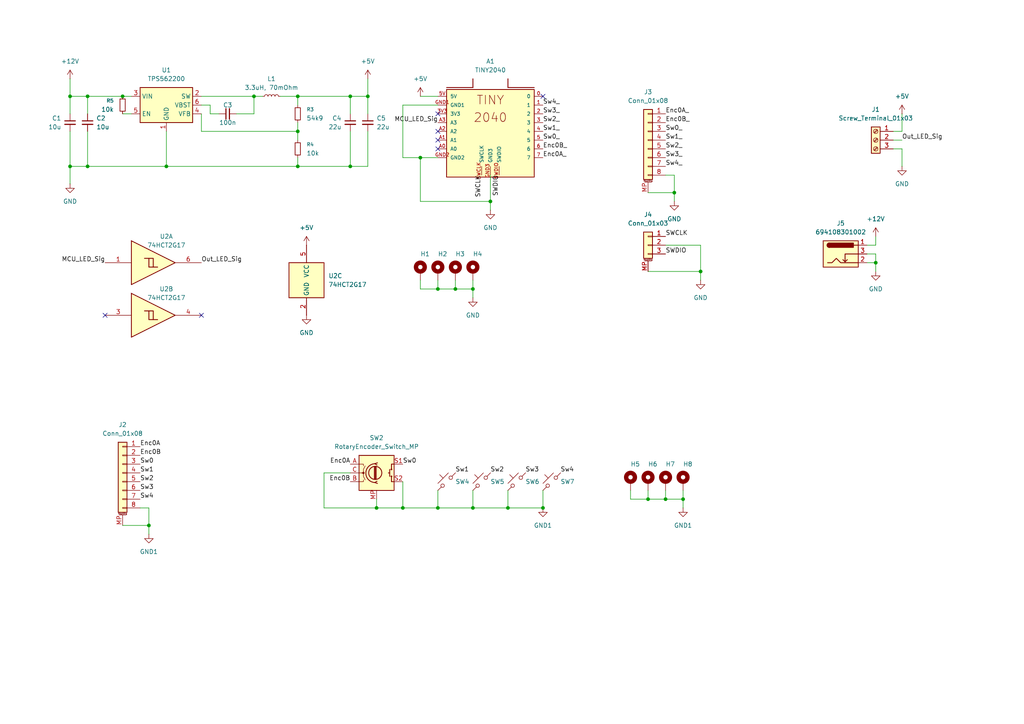
<source format=kicad_sch>
(kicad_sch (version 20250114) (generator "eeschema") (generator_version "9.0")
  (paper "A4")
  (lib_symbols
    (symbol "74xGxx:74LVC2G17"
      (property "Reference" "U" (at -1.27 7.62 0))
      (property "Value" "74LVC2G17" (at 2.54 -7.62 0))
      (symbol "74LVC2G17_1_1"
        (polyline (pts (xy -7.62 6.35) (xy -7.62 -6.35) (xy 5.08 0) (xy -7.62 6.35)) (stroke (width 0.254)) (fill (type background)))
        (polyline (pts (xy -3.81 1.27) (xy -2.54 1.27) (xy -2.54 -1.27) (xy 0 -1.27)) (stroke (width 0.254)) (fill (type background)))
        (polyline (pts (xy -2.54 1.27) (xy -1.27 1.27) (xy -1.27 -1.27)) (stroke (width 0.254)) (fill (type background)))
        (pin input line (at -15.24 0 0) (length 7.62) (name "~") (number "1"))
        (pin output line (at 12.7 0 180) (length 7.62) (name "~") (number "6"))
      )
      (symbol "74LVC2G17_2_1"
        (polyline (pts (xy -7.62 6.35) (xy -7.62 -6.35) (xy 5.08 0) (xy -7.62 6.35)) (stroke (width 0.254)) (fill (type background)))
        (polyline (pts (xy -3.81 1.27) (xy -2.54 1.27) (xy -2.54 -1.27) (xy 0 -1.27)) (stroke (width 0.254)) (fill (type background)))
        (polyline (pts (xy -2.54 1.27) (xy -1.27 1.27) (xy -1.27 -1.27)) (stroke (width 0.254)) (fill (type background)))
        (pin input line (at -15.24 0 0) (length 7.62) (name "~") (number "3"))
        (pin output line (at 12.7 0 180) (length 7.62) (name "~") (number "4"))
      )
      (symbol "74LVC2G17_3_0"
        (rectangle (start -5.08 -5.08) (end 5.08 5.08) (stroke (width 0.254)) (fill (type background)))
      )
      (symbol "74LVC2G17_3_1"
        (pin power_in line (at 0 10.16 270) (length 5.08) (name "VCC") (number "5"))
        (pin power_in line (at 0 -10.16 90) (length 5.08) (name "GND") (number "2"))
      )
    )
    (symbol "Connector:Barrel_Jack_Switch" (pin_names (hide yes))
      (property "Reference" "J" (at 0 5.334 0))
      (property "Value" "Barrel_Jack_Switch" (at 0 -5.08 0))
      (symbol "Barrel_Jack_Switch_0_1"
        (rectangle (start -5.08 3.81) (end 5.08 -3.81) (stroke (width 0.254)) (fill (type background)))
        (polyline (pts (xy -3.81 -2.54) (xy -2.54 -2.54) (xy -1.27 -1.27) (xy 0 -2.54) (xy 2.54 -2.54) (xy 5.08 -2.54)) (stroke (width 0.254)))
        (arc (start -3.302 1.905) (mid -3.9343 2.54) (end -3.302 3.175) (stroke (width 0.254)))
        (arc (start -3.302 1.905) (mid -3.9343 2.54) (end -3.302 3.175) (stroke (width 0.254)) (fill (type outline)))
        (polyline (pts (xy 1.27 -2.286) (xy 1.905 -1.651)) (stroke (width 0.254)))
        (rectangle (start 3.683 3.175) (end -3.302 1.905) (stroke (width 0.254)) (fill (type outline)))
        (polyline (pts (xy 5.08 2.54) (xy 3.81 2.54)) (stroke (width 0.254)))
        (polyline (pts (xy 5.08 0) (xy 1.27 0) (xy 1.27 -2.286) (xy 0.635 -1.651)) (stroke (width 0.254)))
      )
      (symbol "Barrel_Jack_Switch_1_1"
        (pin passive line (at 7.62 2.54 180) (length 2.54) (name "~") (number "1"))
        (pin passive line (at 7.62 0 180) (length 2.54) (name "~") (number "3"))
        (pin passive line (at 7.62 -2.54 180) (length 2.54) (name "~") (number "2"))
      )
    )
    (symbol "Connector:Screw_Terminal_01x03" (pin_names (offset 1.016) (hide yes))
      (property "Reference" "J" (at 0 5.08 0))
      (property "Value" "Screw_Terminal_01x03" (at 0 -5.08 0))
      (symbol "Screw_Terminal_01x03_1_1"
        (rectangle (start -1.27 3.81) (end 1.27 -3.81) (stroke (width 0.254)) (fill (type background)))
        (polyline (pts (xy -0.5334 2.8702) (xy 0.3302 2.032)) (stroke (width 0.1524)))
        (polyline (pts (xy -0.5334 0.3302) (xy 0.3302 -0.508)) (stroke (width 0.1524)))
        (polyline (pts (xy -0.5334 -2.2098) (xy 0.3302 -3.048)) (stroke (width 0.1524)))
        (polyline (pts (xy -0.3556 3.048) (xy 0.508 2.2098)) (stroke (width 0.1524)))
        (polyline (pts (xy -0.3556 0.508) (xy 0.508 -0.3302)) (stroke (width 0.1524)))
        (polyline (pts (xy -0.3556 -2.032) (xy 0.508 -2.8702)) (stroke (width 0.1524)))
        (circle (center 0 2.54) (radius 0.635) (stroke (width 0.1524)))
        (circle (center 0 0) (radius 0.635) (stroke (width 0.1524)))
        (circle (center 0 -2.54) (radius 0.635) (stroke (width 0.1524)))
        (pin passive line (at -5.08 2.54 0) (length 3.81) (name "Pin_1") (number "1"))
        (pin passive line (at -5.08 0 0) (length 3.81) (name "Pin_2") (number "2"))
        (pin passive line (at -5.08 -2.54 0) (length 3.81) (name "Pin_3") (number "3"))
      )
    )
    (symbol "Connector_Generic_MountingPin:Conn_01x03_MountingPin" (pin_names (offset 1.016) (hide yes))
      (property "Reference" "J" (at 0 5.08 0))
      (property "Value" "Conn_01x03_MountingPin" (at 1.27 -5.08 0))
      (symbol "Conn_01x03_MountingPin_1_1"
        (rectangle (start -1.27 3.81) (end 1.27 -3.81) (stroke (width 0.254)) (fill (type background)))
        (rectangle (start -1.27 2.667) (end 0 2.413) (stroke (width 0.1524)))
        (rectangle (start -1.27 0.127) (end 0 -0.127) (stroke (width 0.1524)))
        (rectangle (start -1.27 -2.413) (end 0 -2.667) (stroke (width 0.1524)))
        (polyline (pts (xy -1.016 -4.572) (xy 1.016 -4.572)) (stroke (width 0.1524)))
        (text "Mounting" (at 0 -4.191 0) (effects (font (size 0.381 0.381))))
        (pin passive line (at -5.08 2.54 0) (length 3.81) (name "Pin_1") (number "1"))
        (pin passive line (at -5.08 0 0) (length 3.81) (name "Pin_2") (number "2"))
        (pin passive line (at -5.08 -2.54 0) (length 3.81) (name "Pin_3") (number "3"))
        (pin passive line (at 0 -7.62 90) (length 3.048) (name "MountPin") (number "MP"))
      )
    )
    (symbol "Connector_Generic_MountingPin:Conn_01x08_MountingPin" (pin_names (offset 1.016) (hide yes))
      (property "Reference" "J" (at 0 10.16 0))
      (property "Value" "Conn_01x08_MountingPin" (at 1.27 -12.7 0))
      (symbol "Conn_01x08_MountingPin_1_1"
        (rectangle (start -1.27 8.89) (end 1.27 -11.43) (stroke (width 0.254)) (fill (type background)))
        (rectangle (start -1.27 7.747) (end 0 7.493) (stroke (width 0.1524)))
        (rectangle (start -1.27 5.207) (end 0 4.953) (stroke (width 0.1524)))
        (rectangle (start -1.27 2.667) (end 0 2.413) (stroke (width 0.1524)))
        (rectangle (start -1.27 0.127) (end 0 -0.127) (stroke (width 0.1524)))
        (rectangle (start -1.27 -2.413) (end 0 -2.667) (stroke (width 0.1524)))
        (rectangle (start -1.27 -4.953) (end 0 -5.207) (stroke (width 0.1524)))
        (rectangle (start -1.27 -7.493) (end 0 -7.747) (stroke (width 0.1524)))
        (rectangle (start -1.27 -10.033) (end 0 -10.287) (stroke (width 0.1524)))
        (polyline (pts (xy -1.016 -12.192) (xy 1.016 -12.192)) (stroke (width 0.1524)))
        (text "Mounting" (at 0 -11.811 0) (effects (font (size 0.381 0.381))))
        (pin passive line (at -5.08 7.62 0) (length 3.81) (name "Pin_1") (number "1"))
        (pin passive line (at -5.08 5.08 0) (length 3.81) (name "Pin_2") (number "2"))
        (pin passive line (at -5.08 2.54 0) (length 3.81) (name "Pin_3") (number "3"))
        (pin passive line (at -5.08 0 0) (length 3.81) (name "Pin_4") (number "4"))
        (pin passive line (at -5.08 -2.54 0) (length 3.81) (name "Pin_5") (number "5"))
        (pin passive line (at -5.08 -5.08 0) (length 3.81) (name "Pin_6") (number "6"))
        (pin passive line (at -5.08 -7.62 0) (length 3.81) (name "Pin_7") (number "7"))
        (pin passive line (at -5.08 -10.16 0) (length 3.81) (name "Pin_8") (number "8"))
        (pin passive line (at 0 -15.24 90) (length 3.048) (name "MountPin") (number "MP"))
      )
    )
    (symbol "Device:C_Small" (pin_numbers (hide yes)) (pin_names (offset 0.254) (hide yes))
      (property "Reference" "C" (at 0.254 1.778 0))
      (property "Value" "C_Small" (at 0.254 -2.032 0))
      (symbol "C_Small_0_1"
        (polyline (pts (xy -1.524 0.508) (xy 1.524 0.508)) (stroke (width 0.3048)))
        (polyline (pts (xy -1.524 -0.508) (xy 1.524 -0.508)) (stroke (width 0.3302)))
      )
      (symbol "C_Small_1_1"
        (pin passive line (at 0 2.54 270) (length 2.032) (name "~") (number "1"))
        (pin passive line (at 0 -2.54 90) (length 2.032) (name "~") (number "2"))
      )
    )
    (symbol "Device:L_Small" (pin_numbers (hide yes)) (pin_names (offset 0.254) (hide yes))
      (property "Reference" "L" (at 0.762 1.016 0))
      (property "Value" "L_Small" (at 0.762 -1.016 0))
      (symbol "L_Small_0_1"
        (arc (start 0 2.032) (mid 0.5058 1.524) (end 0 1.016))
        (arc (start 0 1.016) (mid 0.5058 0.508) (end 0 0))
        (arc (start 0 0) (mid 0.5058 -0.508) (end 0 -1.016))
        (arc (start 0 -1.016) (mid 0.5058 -1.524) (end 0 -2.032))
      )
      (symbol "L_Small_1_1"
        (pin passive line (at 0 2.54 270) (length 0.508) (name "~") (number "1"))
        (pin passive line (at 0 -2.54 90) (length 0.508) (name "~") (number "2"))
      )
    )
    (symbol "Device:R_Small" (pin_numbers (hide yes)) (pin_names (offset 0.254) (hide yes))
      (property "Reference" "R" (at 0 0 90))
      (property "Value" "R_Small" (at 1.778 0 90))
      (symbol "R_Small_0_1"
        (rectangle (start -0.762 1.778) (end 0.762 -1.778) (stroke (width 0.2032)))
      )
      (symbol "R_Small_1_1"
        (pin passive line (at 0 2.54 270) (length 0.762) (name "~") (number "1"))
        (pin passive line (at 0 -2.54 90) (length 0.762) (name "~") (number "2"))
      )
    )
    (symbol "Device:RotaryEncoder_Switch_MP" (pin_names (offset 0.254) (hide yes))
      (property "Reference" "SW" (at 0 8.89 0))
      (property "Value" "RotaryEncoder_Switch_MP" (at 0 6.35 0))
      (symbol "RotaryEncoder_Switch_MP_0_1"
        (rectangle (start -5.08 5.08) (end 5.08 -5.08) (stroke (width 0.254)) (fill (type background)))
        (polyline (pts (xy -5.08 2.54) (xy -3.81 2.54) (xy -3.81 2.032)))
        (polyline (pts (xy -5.08 0) (xy -3.81 0) (xy -3.81 -1.016) (xy -3.302 -2.032)))
        (polyline (pts (xy -5.08 -2.54) (xy -3.81 -2.54) (xy -3.81 -2.032)))
        (polyline (pts (xy -4.318 0) (xy -3.81 0) (xy -3.81 1.016) (xy -3.302 2.032)))
        (circle (center -3.81 0) (radius 0.254) (fill (type outline)))
        (polyline (pts (xy -0.635 -1.778) (xy -0.635 1.778)) (stroke (width 0.254)))
        (circle (center -0.381 0) (radius 1.905) (stroke (width 0.254)))
        (polyline (pts (xy -0.381 -1.778) (xy -0.381 1.778)) (stroke (width 0.254)))
        (arc (start -0.381 -2.794) (mid -3.0988 -0.0635) (end -0.381 2.667) (stroke (width 0.254)))
        (polyline (pts (xy -0.127 1.778) (xy -0.127 -1.778)) (stroke (width 0.254)))
        (polyline (pts (xy 0.254 2.921) (xy -0.508 2.667) (xy 0.127 2.286)) (stroke (width 0.254)))
        (polyline (pts (xy 0.254 -3.048) (xy -0.508 -2.794) (xy 0.127 -2.413)) (stroke (width 0.254)))
        (polyline (pts (xy 3.81 1.016) (xy 3.81 -1.016)) (stroke (width 0.254)))
        (polyline (pts (xy 3.81 0) (xy 3.429 0)) (stroke (width 0.254)))
        (circle (center 4.318 1.016) (radius 0.127) (stroke (width 0.254)))
        (circle (center 4.318 -1.016) (radius 0.127) (stroke (width 0.254)))
        (polyline (pts (xy 5.08 2.54) (xy 4.318 2.54) (xy 4.318 1.016)) (stroke (width 0.254)))
        (polyline (pts (xy 5.08 -2.54) (xy 4.318 -2.54) (xy 4.318 -1.016)) (stroke (width 0.254)))
      )
      (symbol "RotaryEncoder_Switch_MP_1_1"
        (pin passive line (at -7.62 2.54 0) (length 2.54) (name "A") (number "A"))
        (pin passive line (at -7.62 0 0) (length 2.54) (name "C") (number "C"))
        (pin passive line (at -7.62 -2.54 0) (length 2.54) (name "B") (number "B"))
        (pin passive line (at 0 -7.62 90) (length 2.54) (name "MP") (number "MP"))
        (pin passive line (at 7.62 2.54 180) (length 2.54) (name "S1") (number "S1"))
        (pin passive line (at 7.62 -2.54 180) (length 2.54) (name "S2") (number "S2"))
      )
    )
    (symbol "Mechanical:MountingHole_Pad" (pin_numbers (hide yes)) (pin_names (offset 1.016) (hide yes)) (in_bom no)
      (property "Reference" "H" (at 0 6.35 0))
      (property "Value" "MountingHole_Pad" (at 0 4.445 0))
      (symbol "MountingHole_Pad_0_1"
        (circle (center 0 1.27) (radius 1.27) (stroke (width 1.27)))
      )
      (symbol "MountingHole_Pad_1_1"
        (pin input line (at 0 -2.54 90) (length 2.54) (name "1") (number "1"))
      )
    )
    (symbol "Regulator_Switching:TPS562200"
      (property "Reference" "U" (at -7.62 6.35 0))
      (property "Value" "TPS562200" (at -2.54 6.35 0))
      (symbol "TPS562200_0_1"
        (rectangle (start -7.62 5.08) (end 7.62 -5.08) (stroke (width 0.254)) (fill (type background)))
      )
      (symbol "TPS562200_1_1"
        (pin power_in line (at -10.16 2.54 0) (length 2.54) (name "VIN") (number "3"))
        (pin input line (at -10.16 -2.54 0) (length 2.54) (name "EN") (number "5"))
        (pin power_in line (at 0 -7.62 90) (length 2.54) (name "GND") (number "1"))
        (pin output line (at 10.16 2.54 180) (length 2.54) (name "SW") (number "2"))
        (pin passive line (at 10.16 0 180) (length 2.54) (name "VBST") (number "6"))
        (pin input line (at 10.16 -2.54 180) (length 2.54) (name "VFB") (number "4"))
      )
    )
    (symbol "Switch:SW_Push_45deg" (pin_numbers (hide yes)) (pin_names (offset 1.016) (hide yes))
      (property "Reference" "SW" (at 3.048 1.016 0))
      (property "Value" "SW_Push_45deg" (at 0 -3.81 0))
      (symbol "SW_Push_45deg_0_1"
        (polyline (pts (xy -2.54 2.54) (xy -1.524 1.524) (xy -1.524 1.524)))
        (circle (center -1.1684 1.1684) (radius 0.508))
        (polyline (pts (xy -0.508 2.54) (xy 2.54 -0.508)))
        (polyline (pts (xy 1.016 1.016) (xy 2.032 2.032)))
        (circle (center 1.143 -1.1938) (radius 0.508))
        (polyline (pts (xy 1.524 -1.524) (xy 2.54 -2.54) (xy 2.54 -2.54) (xy 2.54 -2.54)))
        (pin passive line (at -2.54 2.54 0) (length 0) (name "1") (number "1"))
        (pin passive line (at 2.54 -2.54 180) (length 0) (name "2") (number "2"))
      )
    )
    (symbol "TINY2040:TINY2040" (pin_names (offset 1.016))
      (property "Reference" "A" (at -12.192 13.208 0))
      (property "Value" "TINY2040" (at 0 0 0))
      (symbol "TINY2040_0_0"
        (polyline (pts (xy -12.7 12.7) (xy -5.08 12.7)) (stroke (width 0.254)))
        (rectangle (start -12.7 -13.2556) (end 12.7 12.1444) (stroke (width 0.254)) (fill (type background)))
        (polyline (pts (xy -5.08 12.7) (xy -5.08 15.24)) (stroke (width 0.254)))
        (polyline (pts (xy 5.08 15.24) (xy 5.08 12.7)) (stroke (width 0.254)))
        (polyline (pts (xy 5.08 12.7) (xy 12.7 12.7)) (stroke (width 0.254)))
        (text "TINY" (at 0 7.62 0) (effects (font (size 2.54 2.54)) (justify bottom)))
        (text "2040" (at 0 2.54 0) (effects (font (size 2.54 2.54)) (justify bottom)))
        (pin bidirectional line (at -15.24 10.16 0) (length 2.54) (name "5V") (number "5V"))
        (pin bidirectional line (at -15.24 7.62 0) (length 2.54) (name "GND1") (number "GND1"))
        (pin bidirectional line (at -15.24 5.08 0) (length 2.54) (name "3V3") (number "3V3"))
        (pin bidirectional line (at -15.24 2.54 0) (length 2.54) (name "A3") (number "A3"))
        (pin bidirectional line (at -15.24 0 0) (length 2.54) (name "A2") (number "A2"))
        (pin bidirectional line (at -15.24 -2.54 0) (length 2.54) (name "A1") (number "A1"))
        (pin bidirectional line (at -15.24 -5.08 0) (length 2.54) (name "A0") (number "A0"))
        (pin bidirectional line (at -15.24 -7.62 0) (length 2.54) (name "GND2") (number "GND2"))
        (pin bidirectional line (at -2.54 -12.7 90) (length 2.54) (name "SWCLK") (number "SWCLK"))
        (pin bidirectional line (at 0 -12.7 90) (length 2.54) (name "GND3") (number "GND3"))
        (pin bidirectional line (at 2.54 -12.7 90) (length 2.54) (name "SWDIO") (number "SWDIO"))
        (pin bidirectional line (at 15.24 10.16 180) (length 2.54) (name "0") (number "0"))
        (pin bidirectional line (at 15.24 7.62 180) (length 2.54) (name "1") (number "1"))
        (pin bidirectional line (at 15.24 5.08 180) (length 2.54) (name "2") (number "2"))
        (pin bidirectional line (at 15.24 2.54 180) (length 2.54) (name "3") (number "3"))
        (pin bidirectional line (at 15.24 0 180) (length 2.54) (name "4") (number "4"))
        (pin bidirectional line (at 15.24 -2.54 180) (length 2.54) (name "5") (number "5"))
        (pin bidirectional line (at 15.24 -5.08 180) (length 2.54) (name "6") (number "6"))
        (pin bidirectional line (at 15.24 -7.62 180) (length 2.54) (name "7") (number "7"))
      )
    )
    (symbol "power:+12V" (power) (pin_numbers (hide yes)) (pin_names (offset 0) (hide yes))
      (property "Value" "+12V" (at 0 3.556 0))
      (symbol "+12V_0_1"
        (polyline (pts (xy -0.762 1.27) (xy 0 2.54)))
        (polyline (pts (xy 0 2.54) (xy 0.762 1.27)))
        (polyline (pts (xy 0 0) (xy 0 2.54)))
      )
      (symbol "+12V_1_1"
        (pin power_in line (at 0 0 90) (length 0) (name "~") (number "1"))
      )
    )
    (symbol "power:+5V" (power) (pin_numbers (hide yes)) (pin_names (offset 0) (hide yes))
      (property "Value" "+5V" (at 0 3.556 0))
      (symbol "+5V_0_1"
        (polyline (pts (xy -0.762 1.27) (xy 0 2.54)))
        (polyline (pts (xy 0 2.54) (xy 0.762 1.27)))
        (polyline (pts (xy 0 0) (xy 0 2.54)))
      )
      (symbol "+5V_1_1"
        (pin power_in line (at 0 0 90) (length 0) (name "~") (number "1"))
      )
    )
    (symbol "power:GND" (power) (pin_numbers (hide yes)) (pin_names (offset 0) (hide yes))
      (property "Value" "GND" (at 0 -3.81 0))
      (symbol "GND_0_1"
        (polyline (pts (xy 0 0) (xy 0 -1.27) (xy 1.27 -1.27) (xy 0 -2.54) (xy -1.27 -1.27) (xy 0 -1.27)))
      )
      (symbol "GND_1_1"
        (pin power_in line (at 0 0 270) (length 0) (name "~") (number "1"))
      )
    )
    (symbol "power:GND1" (power) (pin_numbers (hide yes)) (pin_names (offset 0) (hide yes))
      (property "Value" "GND1" (at 0 -3.81 0))
      (symbol "GND1_0_1"
        (polyline (pts (xy 0 0) (xy 0 -1.27) (xy 1.27 -1.27) (xy 0 -2.54) (xy -1.27 -1.27) (xy 0 -1.27)))
      )
      (symbol "GND1_1_1"
        (pin power_in line (at 0 0 270) (length 0) (name "~") (number "1"))
      )
    )
  )
  (junction (at 25.4 48.26))
  (junction (at 86.36 27.94))
  (junction (at 86.36 38.1))
  (junction (at 137.16 147.32))
  (junction (at 121.92 45.72))
  (junction (at 20.32 48.26))
  (junction (at 35.56 27.94))
  (junction (at 195.58 55.88))
  (junction (at 20.32 27.94))
  (junction (at 116.84 147.32))
  (junction (at 137.16 83.82))
  (junction (at 106.68 27.94))
  (junction (at 127 83.82))
  (junction (at 142.24 58.42))
  (junction (at 187.96 144.78))
  (junction (at 193.04 144.78))
  (junction (at 101.6 48.26))
  (junction (at 127 147.32))
  (junction (at 147.32 147.32))
  (junction (at 203.2 78.74))
  (junction (at 109.22 147.32))
  (junction (at 86.36 48.26))
  (junction (at 101.6 27.94))
  (junction (at 73.66 27.94))
  (junction (at 43.18 152.4))
  (junction (at 254 76.2))
  (junction (at 132.08 83.82))
  (junction (at 25.4 27.94))
  (junction (at 157.48 147.32))
  (junction (at 198.12 144.78))
  (junction (at 48.26 48.26))
  (no_connect (at 127 38.1))
  (no_connect (at 157.48 27.94))
  (no_connect (at 58.42 91.44))
  (no_connect (at 127 33.02))
  (no_connect (at 30.48 91.44))
  (no_connect (at 127 43.18))
  (no_connect (at 127 40.64))
  (wire (pts (xy 35.56 152.4) (xy 43.18 152.4)))
  (wire (pts (xy 20.32 27.94) (xy 25.4 27.94)))
  (wire (pts (xy 86.36 27.94) (xy 81.28 27.94)))
  (wire (pts (xy 157.48 142.24) (xy 157.48 147.32)))
  (wire (pts (xy 86.36 35.56) (xy 86.36 38.1)))
  (wire (pts (xy 132.08 83.82) (xy 132.08 81.28)))
  (wire (pts (xy 101.6 27.94) (xy 86.36 27.94)))
  (wire (pts (xy 157.48 147.32) (xy 147.32 147.32)))
  (wire (pts (xy 182.88 144.78) (xy 187.96 144.78)))
  (wire (pts (xy 251.46 73.66) (xy 254 73.66)))
  (wire (pts (xy 193.04 144.78) (xy 193.04 142.24)))
  (wire (pts (xy 198.12 142.24) (xy 198.12 144.78)))
  (wire (pts (xy 93.98 147.32) (xy 109.22 147.32)))
  (wire (pts (xy 48.26 38.1) (xy 48.26 48.26)))
  (wire (pts (xy 73.66 33.02) (xy 73.66 27.94)))
  (wire (pts (xy 58.42 27.94) (xy 73.66 27.94)))
  (wire (pts (xy 127 30.48) (xy 116.84 30.48)))
  (wire (pts (xy 73.66 27.94) (xy 76.2 27.94)))
  (wire (pts (xy 25.4 33.02) (xy 25.4 27.94)))
  (wire (pts (xy 58.42 33.02) (xy 58.42 38.1)))
  (wire (pts (xy 137.16 81.28) (xy 137.16 83.82)))
  (wire (pts (xy 86.36 48.26) (xy 48.26 48.26)))
  (wire (pts (xy 20.32 27.94) (xy 20.32 33.02)))
  (wire (pts (xy 25.4 48.26) (xy 20.32 48.26)))
  (wire (pts (xy 93.98 137.16) (xy 93.98 147.32)))
  (wire (pts (xy 259.08 38.1) (xy 261.62 38.1)))
  (wire (pts (xy 137.16 86.36) (xy 137.16 83.82)))
  (wire (pts (xy 106.68 22.86) (xy 106.68 27.94)))
  (wire (pts (xy 60.96 30.48) (xy 58.42 30.48)))
  (wire (pts (xy 116.84 147.32) (xy 127 147.32)))
  (wire (pts (xy 137.16 147.32) (xy 147.32 147.32)))
  (wire (pts (xy 137.16 147.32) (xy 127 147.32)))
  (wire (pts (xy 127 142.24) (xy 127 147.32)))
  (wire (pts (xy 193.04 144.78) (xy 198.12 144.78)))
  (wire (pts (xy 147.32 142.24) (xy 147.32 147.32)))
  (wire (pts (xy 254 78.74) (xy 254 76.2)))
  (wire (pts (xy 121.92 27.94) (xy 127 27.94)))
  (wire (pts (xy 121.92 45.72) (xy 121.92 58.42)))
  (wire (pts (xy 121.92 45.72) (xy 127 45.72)))
  (wire (pts (xy 203.2 81.28) (xy 203.2 78.74)))
  (wire (pts (xy 106.68 33.02) (xy 106.68 27.94)))
  (wire (pts (xy 195.58 50.8) (xy 193.04 50.8)))
  (wire (pts (xy 254 71.12) (xy 254 68.58)))
  (wire (pts (xy 251.46 71.12) (xy 254 71.12)))
  (wire (pts (xy 101.6 48.26) (xy 86.36 48.26)))
  (wire (pts (xy 58.42 38.1) (xy 86.36 38.1)))
  (wire (pts (xy 198.12 147.32) (xy 198.12 144.78)))
  (wire (pts (xy 20.32 22.86) (xy 20.32 27.94)))
  (wire (pts (xy 20.32 38.1) (xy 20.32 48.26)))
  (wire (pts (xy 109.22 147.32) (xy 109.22 144.78)))
  (wire (pts (xy 142.24 50.8) (xy 142.24 58.42)))
  (wire (pts (xy 195.58 50.8) (xy 195.58 55.88)))
  (wire (pts (xy 121.92 83.82) (xy 121.92 81.28)))
  (wire (pts (xy 20.32 48.26) (xy 20.32 53.34)))
  (wire (pts (xy 86.36 30.48) (xy 86.36 27.94)))
  (wire (pts (xy 109.22 147.32) (xy 116.84 147.32)))
  (wire (pts (xy 127 83.82) (xy 127 81.28)))
  (wire (pts (xy 121.92 83.82) (xy 127 83.82)))
  (wire (pts (xy 101.6 27.94) (xy 101.6 33.02)))
  (wire (pts (xy 43.18 147.32) (xy 40.64 147.32)))
  (wire (pts (xy 187.96 144.78) (xy 193.04 144.78)))
  (wire (pts (xy 195.58 58.42) (xy 195.58 55.88)))
  (wire (pts (xy 101.6 38.1) (xy 101.6 48.26)))
  (wire (pts (xy 259.08 43.18) (xy 261.62 43.18)))
  (wire (pts (xy 142.24 58.42) (xy 142.24 60.96)))
  (wire (pts (xy 116.84 139.7) (xy 116.84 147.32)))
  (wire (pts (xy 261.62 43.18) (xy 261.62 48.26)))
  (wire (pts (xy 60.96 33.02) (xy 60.96 30.48)))
  (wire (pts (xy 254 76.2) (xy 251.46 76.2)))
  (wire (pts (xy 261.62 33.02) (xy 261.62 38.1)))
  (wire (pts (xy 106.68 27.94) (xy 101.6 27.94)))
  (wire (pts (xy 121.92 58.42) (xy 142.24 58.42)))
  (wire (pts (xy 101.6 137.16) (xy 93.98 137.16)))
  (wire (pts (xy 60.96 33.02) (xy 63.5 33.02)))
  (wire (pts (xy 132.08 83.82) (xy 137.16 83.82)))
  (wire (pts (xy 182.88 144.78) (xy 182.88 142.24)))
  (wire (pts (xy 137.16 142.24) (xy 137.16 147.32)))
  (wire (pts (xy 187.96 144.78) (xy 187.96 142.24)))
  (wire (pts (xy 187.96 55.88) (xy 195.58 55.88)))
  (wire (pts (xy 106.68 38.1) (xy 106.68 48.26)))
  (wire (pts (xy 25.4 27.94) (xy 35.56 27.94)))
  (wire (pts (xy 43.18 152.4) (xy 43.18 154.94)))
  (wire (pts (xy 35.56 27.94) (xy 38.1 27.94)))
  (wire (pts (xy 127 83.82) (xy 132.08 83.82)))
  (wire (pts (xy 261.62 40.64) (xy 259.08 40.64)))
  (wire (pts (xy 116.84 45.72) (xy 121.92 45.72)))
  (wire (pts (xy 38.1 33.02) (xy 35.56 33.02)))
  (wire (pts (xy 203.2 71.12) (xy 193.04 71.12)))
  (wire (pts (xy 203.2 78.74) (xy 203.2 71.12)))
  (wire (pts (xy 254 73.66) (xy 254 76.2)))
  (wire (pts (xy 86.36 45.72) (xy 86.36 48.26)))
  (wire (pts (xy 68.58 33.02) (xy 73.66 33.02)))
  (wire (pts (xy 116.84 30.48) (xy 116.84 45.72)))
  (wire (pts (xy 86.36 38.1) (xy 86.36 40.64)))
  (wire (pts (xy 25.4 38.1) (xy 25.4 48.26)))
  (wire (pts (xy 43.18 147.32) (xy 43.18 152.4)))
  (wire (pts (xy 187.96 78.74) (xy 203.2 78.74)))
  (wire (pts (xy 106.68 48.26) (xy 101.6 48.26)))
  (wire (pts (xy 48.26 48.26) (xy 25.4 48.26)))
  (label "SWDIO" (at 144.78 50.8 270))
  (label "Sw4" (at 162.56 137.16 0))
  (label "MCU_LED_Sig" (at 30.48 76.2 180))
  (label "Sw2_" (at 193.04 43.18 0))
  (label "Sw0_" (at 193.04 38.1 0))
  (label "Sw2" (at 142.24 137.16 0))
  (label "Enc0A" (at 101.6 134.62 180))
  (label "Enc0A_" (at 193.04 33.02 0))
  (label "Sw2" (at 40.64 139.7 0))
  (label "Sw3_" (at 157.48 33.02 0))
  (label "Sw0" (at 40.64 134.62 0))
  (label "Out_LED_Sig" (at 58.42 76.2 0))
  (label "Sw0" (at 116.84 134.62 0))
  (label "Sw4" (at 40.64 144.78 0))
  (label "Sw3" (at 40.64 142.24 0))
  (label "Sw0_" (at 157.48 40.64 0))
  (label "Enc0B" (at 40.64 132.08 0))
  (label "Enc0B_" (at 157.48 43.18 0))
  (label "Enc0A_" (at 157.48 45.72 0))
  (label "Sw1_" (at 157.48 38.1 0))
  (label "Sw1" (at 132.08 137.16 0))
  (label "Sw4_" (at 193.04 48.26 0))
  (label "SWCLK" (at 139.7 50.8 270))
  (label "SWCLK" (at 193.04 68.58 0))
  (label "MCU_LED_Sig" (at 127 35.56 180))
  (label "Enc0B" (at 101.6 139.7 180))
  (label "Sw3_" (at 193.04 45.72 0))
  (label "Sw2_" (at 157.48 35.56 0))
  (label "Out_LED_Sig" (at 261.62 40.64 0))
  (label "Enc0B_" (at 193.04 35.56 0))
  (label "Sw1" (at 40.64 137.16 0))
  (label "Sw4_" (at 157.48 30.48 0))
  (label "SWDIO" (at 193.04 73.66 0))
  (label "Enc0A" (at 40.64 129.54 0))
  (label "Sw1_" (at 193.04 40.64 0))
  (label "Sw3" (at 152.4 137.16 0))
  (symbol (lib_id "Mechanical:MountingHole_Pad") (at 193.04 139.7 0) (unit 1) (in_bom no)
    (property "Reference" "H7" (at 193.04 134.62 0) (effects (justify left)))
    (property "Value" "MountingHole_Pad" (effects (hide yes)))
    (property "Footprint" "MountingHole:MountingHole_2.7mm_M2.5_Pad_Via" (effects (hide yes)))
    (property "Description" "Mounting Hole with connection" (effects (hide yes)))
  )
  (symbol (lib_id "Device:C_Small") (at 106.68 35.56 0) (mirror y) (unit 1)
    (property "Reference" "C5" (at 109.22 34.2962 0) (effects (justify right)))
    (property "Value" "22u" (at 109.22 36.8362 0) (effects (justify right)))
    (property "Footprint" "Capacitor_SMD:C_0805_2012Metric_Pad1.18x1.45mm_HandSolder" (effects (hide yes)))
    (property "Description" "Unpolarized capacitor, small symbol" (effects (hide yes)))
  )
  (symbol (lib_id "Regulator_Switching:TPS562200") (at 48.26 30.48 0) (unit 1)
    (property "Reference" "U1" (at 48.26 20.32 0))
    (property "Value" "TPS562200" (at 48.26 22.86 0))
    (property "Footprint" "Package_TO_SOT_SMD:SOT-23-6" (effects (hide yes)))
    (property "Datasheet" "http://www.ti.com/lit/ds/symlink/tps563200.pdf" (effects (hide yes)))
    (property "Description" "2A Synchronous Step-Down Voltage Regulator, Adjustable Output Voltage, 4.5-17V Input Voltage, SOT-23-6" (effects (hide yes)))
  )
  (symbol (lib_id "power:GND") (at 142.24 60.96 0) (unit 1)
    (property "Reference" "#PWR08" (effects (hide yes)))
    (property "Value" "GND" (at 142.24 66.04 0))
    (property "Description" "Power symbol creates a global label with name \"GND\" , ground" (effects (hide yes)))
  )
  (symbol (lib_id "Mechanical:MountingHole_Pad") (at 121.92 78.74 0) (unit 1) (in_bom no)
    (property "Reference" "H1" (at 121.92 73.66 0) (effects (justify left)))
    (property "Value" "MountingHole_Pad" (effects (hide yes)))
    (property "Footprint" "MountingHole:MountingHole_2.7mm_M2.5_Pad_Via" (effects (hide yes)))
    (property "Description" "Mounting Hole with connection" (effects (hide yes)))
  )
  (symbol (lib_id "Device:RotaryEncoder_Switch_MP") (at 109.22 137.16 0) (unit 1)
    (property "Reference" "SW2" (at 109.22 127 0))
    (property "Value" "RotaryEncoder_Switch_MP" (at 109.22 129.54 0))
    (property "Footprint" "Rotary_Encoder:RotaryEncoder_Alps_EC11E-Switch_Vertical_H20mm_MountingHoles" (effects (hide yes)))
    (property "Description" "Rotary encoder, dual channel, incremental quadrate outputs, with switch and MP Pin" (effects (hide yes)))
  )
  (symbol (lib_id "power:GND1") (at 43.18 154.94 0) (unit 1)
    (property "Reference" "#PWR011" (effects (hide yes)))
    (property "Value" "GND1" (at 43.18 160.02 0))
    (property "Description" "Power symbol creates a global label with name \"GND1\" , ground" (effects (hide yes)))
  )
  (symbol (lib_id "power:GND") (at 137.16 86.36 0) (unit 1)
    (property "Reference" "#PWR016" (effects (hide yes)))
    (property "Value" "GND" (at 137.16 91.44 0))
    (property "Description" "Power symbol creates a global label with name \"GND\" , ground" (effects (hide yes)))
  )
  (symbol (lib_id "Device:L_Small") (at 78.74 27.94 90) (unit 1)
    (property "Reference" "L1" (at 78.74 22.86 90))
    (property "Value" "3.3uH, 70mOhm" (at 78.74 25.4 90))
    (property "Footprint" "Inductor_SMD:L_Bourns_SDR0604" (effects (hide yes)))
    (property "Description" "Inductor, small symbol" (effects (hide yes)))
  )
  (symbol (lib_id "Device:C_Small") (at 25.4 35.56 0) (mirror y) (unit 1)
    (property "Reference" "C2" (at 27.94 34.2962 0) (effects (justify right)))
    (property "Value" "10u" (at 27.94 36.8362 0) (effects (justify right)))
    (property "Footprint" "Capacitor_SMD:C_0805_2012Metric_Pad1.18x1.45mm_HandSolder" (effects (hide yes)))
    (property "Description" "Unpolarized capacitor, small symbol" (effects (hide yes)))
  )
  (symbol (lib_id "power:+5V") (at 261.62 33.02 0) (unit 1)
    (property "Reference" "#PWR06" (effects (hide yes)))
    (property "Value" "+5V" (at 261.62 27.94 0))
    (property "Description" "Power symbol creates a global label with name \"+5V\"" (effects (hide yes)))
  )
  (symbol (lib_id "power:GND") (at 254 78.74 0) (unit 1)
    (property "Reference" "#PWR015" (effects (hide yes)))
    (property "Value" "GND" (at 254 83.82 0))
    (property "Description" "Power symbol creates a global label with name \"GND\" , ground" (effects (hide yes)))
  )
  (symbol (lib_id "power:GND") (at 20.32 53.34 0) (unit 1)
    (property "Reference" "#PWR04" (effects (hide yes)))
    (property "Value" "GND" (at 20.32 58.42 0))
    (property "Description" "Power symbol creates a global label with name \"GND\" , ground" (effects (hide yes)))
  )
  (symbol (lib_id "Mechanical:MountingHole_Pad") (at 182.88 139.7 0) (unit 1) (in_bom no)
    (property "Reference" "H5" (at 182.88 134.62 0) (effects (justify left)))
    (property "Value" "MountingHole_Pad" (effects (hide yes)))
    (property "Footprint" "MountingHole:MountingHole_2.7mm_M2.5_Pad_Via" (effects (hide yes)))
    (property "Description" "Mounting Hole with connection" (effects (hide yes)))
  )
  (symbol (lib_id "power:GND") (at 195.58 58.42 0) (unit 1)
    (property "Reference" "#PWR012" (effects (hide yes)))
    (property "Value" "GND" (at 195.58 63.5 0))
    (property "Description" "Power symbol creates a global label with name \"GND\" , ground" (effects (hide yes)))
  )
  (symbol (lib_id "power:+12V") (at 20.32 22.86 0) (unit 1)
    (property "Reference" "#PWR03" (effects (hide yes)))
    (property "Value" "+12V" (at 20.32 17.78 0))
    (property "Description" "Power symbol creates a global label with name \"+12V\"" (effects (hide yes)))
  )
  (symbol (lib_id "power:GND1") (at 157.48 147.32 0) (unit 1)
    (property "Reference" "#PWR09" (effects (hide yes)))
    (property "Value" "GND1" (at 157.48 152.4 0))
    (property "Description" "Power symbol creates a global label with name \"GND1\" , ground" (effects (hide yes)))
  )
  (symbol (lib_id "Device:R_Small") (at 86.36 33.02 0) (unit 1)
    (property "Reference" "R3" (at 88.9 31.7499 0) (effects (font (size 1.016 1.016)) (justify left)))
    (property "Value" "54k9" (at 88.9 34.2899 0) (effects (justify left)))
    (property "Footprint" "Resistor_SMD:R_0805_2012Metric_Pad1.20x1.40mm_HandSolder" (effects (hide yes)))
    (property "Description" "Resistor, small symbol" (effects (hide yes)))
  )
  (symbol (lib_id "power:+5V") (at 121.92 27.94 0) (unit 1)
    (property "Reference" "#PWR010" (effects (hide yes)))
    (property "Value" "+5V" (at 121.92 22.86 0))
    (property "Description" "Power symbol creates a global label with name \"+5V\"" (effects (hide yes)))
  )
  (symbol (lib_id "Mechanical:MountingHole_Pad") (at 127 78.74 0) (unit 1) (in_bom no)
    (property "Reference" "H2" (at 127 73.66 0) (effects (justify left)))
    (property "Value" "MountingHole_Pad" (effects (hide yes)))
    (property "Footprint" "MountingHole:MountingHole_2.7mm_M2.5_Pad_Via" (effects (hide yes)))
    (property "Description" "Mounting Hole with connection" (effects (hide yes)))
  )
  (symbol (lib_id "Device:C_Small") (at 20.32 35.56 0) (unit 1)
    (property "Reference" "C1" (at 17.78 34.2962 0) (effects (justify right)))
    (property "Value" "10u" (at 17.78 36.8362 0) (effects (justify right)))
    (property "Footprint" "Capacitor_SMD:C_0805_2012Metric_Pad1.18x1.45mm_HandSolder" (effects (hide yes)))
    (property "Description" "Unpolarized capacitor, small symbol" (effects (hide yes)))
  )
  (symbol (lib_id "Device:C_Small") (at 66.04 33.02 90) (unit 1)
    (property "Reference" "C3" (at 66.04 30.48 90))
    (property "Value" "100n" (at 66.04 35.56 90))
    (property "Footprint" "Capacitor_SMD:C_0805_2012Metric_Pad1.18x1.45mm_HandSolder" (effects (hide yes)))
    (property "Description" "Unpolarized capacitor, small symbol" (effects (hide yes)))
  )
  (symbol (lib_id "Mechanical:MountingHole_Pad") (at 187.96 139.7 0) (unit 1) (in_bom no)
    (property "Reference" "H6" (at 187.96 134.62 0) (effects (justify left)))
    (property "Value" "MountingHole_Pad" (effects (hide yes)))
    (property "Footprint" "MountingHole:MountingHole_2.7mm_M2.5_Pad_Via" (effects (hide yes)))
    (property "Description" "Mounting Hole with connection" (effects (hide yes)))
  )
  (symbol (lib_id "Mechanical:MountingHole_Pad") (at 198.12 139.7 0) (unit 1) (in_bom no)
    (property "Reference" "H8" (at 198.12 134.62 0) (effects (justify left)))
    (property "Value" "MountingHole_Pad" (effects (hide yes)))
    (property "Footprint" "MountingHole:MountingHole_2.7mm_M2.5_Pad_Via" (effects (hide yes)))
    (property "Description" "Mounting Hole with connection" (effects (hide yes)))
  )
  (symbol (lib_id "power:GND") (at 261.62 48.26 0) (unit 1)
    (property "Reference" "#PWR07" (effects (hide yes)))
    (property "Value" "GND" (at 261.62 53.34 0))
    (property "Description" "Power symbol creates a global label with name \"GND\" , ground" (effects (hide yes)))
  )
  (symbol (lib_id "Switch:SW_Push_45deg") (at 160.02 139.7 90) (unit 1)
    (property "Reference" "SW7" (at 162.56 139.7 90) (effects (justify right)))
    (property "Value" "SW_Push_45deg" (effects (hide yes)))
    (property "Footprint" "Kailh_PG1353_Solderable:Kailh-PG1353-Solderable-1U" (effects (hide yes)))
    (property "Description" "Push button switch, normally open, two pins, 45° tilted" (effects (hide yes)))
  )
  (symbol (lib_id "power:+5V") (at 106.68 22.86 0) (unit 1)
    (property "Reference" "#PWR05" (effects (hide yes)))
    (property "Value" "+5V" (at 106.68 17.78 0))
    (property "Description" "Power symbol creates a global label with name \"+5V\"" (effects (hide yes)))
  )
  (symbol (lib_id "Switch:SW_Push_45deg") (at 139.7 139.7 90) (unit 1)
    (property "Reference" "SW5" (at 142.24 139.7 90) (effects (justify right)))
    (property "Value" "SW_Push_45deg" (effects (hide yes)))
    (property "Footprint" "Kailh_PG1353_Solderable:Kailh-PG1353-Solderable-1U" (effects (hide yes)))
    (property "Description" "Push button switch, normally open, two pins, 45° tilted" (effects (hide yes)))
  )
  (symbol (lib_id "74xGxx:74LVC2G17") (at 45.72 76.2 0) (unit 1)
    (property "Reference" "U2" (at 48.26 68.58 0))
    (property "Value" "74HCT2G17" (at 48.26 71.12 0))
    (property "Footprint" "Package_SO:TSOP-6_1.65x3.05mm_P0.95mm" (effects (hide yes)))
    (property "Datasheet" "http://www.ti.com/lit/sg/scyt129e/scyt129e.pdf" (effects (hide yes)))
    (property "Description" "Dual Buffer, Schmitt Triggered, Low-Voltage CMOS" (effects (hide yes)))
  )
  (symbol (lib_id "Device:C_Small") (at 101.6 35.56 0) (unit 1)
    (property "Reference" "C4" (at 99.06 34.2962 0) (effects (justify right)))
    (property "Value" "22u" (at 99.06 36.8362 0) (effects (justify right)))
    (property "Footprint" "Capacitor_SMD:C_0805_2012Metric_Pad1.18x1.45mm_HandSolder" (effects (hide yes)))
    (property "Description" "Unpolarized capacitor, small symbol" (effects (hide yes)))
  )
  (symbol (lib_id "power:+12V") (at 254 68.58 0) (unit 1)
    (property "Reference" "#PWR014" (effects (hide yes)))
    (property "Value" "+12V" (at 254 63.5 0))
    (property "Description" "Power symbol creates a global label with name \"+12V\"" (effects (hide yes)))
  )
  (symbol (lib_id "Connector:Screw_Terminal_01x03") (at 254 40.64 0) (mirror y) (unit 1)
    (property "Reference" "J1" (at 254 31.75 0))
    (property "Value" "Screw_Terminal_01x03" (at 254 34.29 0))
    (property "Footprint" "TerminalBlock_TE-Connectivity:TerminalBlock_TE_282834-3_1x03_P2.54mm_Horizontal" (effects (hide yes)))
    (property "Description" "Generic screw terminal, single row, 01x03, script generated (kicad-library-utils/schlib/autogen/connector/)" (effects (hide yes)))
  )
  (symbol (lib_id "74xGxx:74LVC2G17") (at 45.72 91.44 0) (unit 2)
    (property "Reference" "U2" (at 48.26 83.82 0))
    (property "Value" "74HCT2G17" (at 48.26 86.36 0))
    (property "Footprint" "Package_SO:TSOP-6_1.65x3.05mm_P0.95mm" (effects (hide yes)))
    (property "Datasheet" "http://www.ti.com/lit/sg/scyt129e/scyt129e.pdf" (effects (hide yes)))
    (property "Description" "Dual Buffer, Schmitt Triggered, Low-Voltage CMOS" (effects (hide yes)))
  )
  (symbol (lib_id "Device:R_Small") (at 86.36 43.18 0) (unit 1)
    (property "Reference" "R4" (at 88.9 41.9099 0) (effects (font (size 1.016 1.016)) (justify left)))
    (property "Value" "10k" (at 88.9 44.4499 0) (effects (justify left)))
    (property "Footprint" "Resistor_SMD:R_0805_2012Metric_Pad1.20x1.40mm_HandSolder" (effects (hide yes)))
    (property "Description" "Resistor, small symbol" (effects (hide yes)))
  )
  (symbol (lib_id "Connector:Barrel_Jack_Switch") (at 243.84 73.66 0) (unit 1)
    (property "Reference" "J5" (at 243.84 64.77 0))
    (property "Value" "694108301002" (at 243.84 67.31 0))
    (property "Footprint" "Connector_BarrelJack:BarrelJack_Wuerth_6941xx301002" (effects (hide yes)))
    (property "Description" "DC Barrel Jack with an internal switch" (effects (hide yes)))
  )
  (symbol (lib_id "Connector_Generic_MountingPin:Conn_01x08_MountingPin") (at 35.56 137.16 0) (mirror y) (unit 1)
    (property "Reference" "J2" (at 35.56 123.19 0))
    (property "Value" "Conn_01x08" (at 35.56 125.73 0))
    (property "Footprint" "Connector_JST:JST_SH_SM08B-SRSS-TB_1x08-1MP_P1.00mm_Horizontal" (effects (hide yes)))
    (property "Description" "Generic connectable mounting pin connector, single row, 01x08, script generated (kicad-library-utils/schlib/autogen/connector/)" (effects (hide yes)))
  )
  (symbol (lib_id "power:+5V") (at 88.9 71.12 0) (unit 1)
    (property "Reference" "#PWR018" (effects (hide yes)))
    (property "Value" "+5V" (at 88.9 66.04 0))
    (property "Description" "Power symbol creates a global label with name \"+5V\"" (effects (hide yes)))
  )
  (symbol (lib_id "Switch:SW_Push_45deg") (at 129.54 139.7 90) (unit 1)
    (property "Reference" "SW4" (at 132.08 139.7 90) (effects (justify right)))
    (property "Value" "SW_Push_45deg" (effects (hide yes)))
    (property "Footprint" "Kailh_PG1353_Solderable:Kailh-PG1353-Solderable-1U" (effects (hide yes)))
    (property "Description" "Push button switch, normally open, two pins, 45° tilted" (effects (hide yes)))
  )
  (symbol (lib_id "power:GND") (at 203.2 81.28 0) (unit 1)
    (property "Reference" "#PWR013" (effects (hide yes)))
    (property "Value" "GND" (at 203.2 86.36 0))
    (property "Description" "Power symbol creates a global label with name \"GND\" , ground" (effects (hide yes)))
  )
  (symbol (lib_id "Device:R_Small") (at 35.56 30.48 0) (mirror y) (unit 1)
    (property "Reference" "R5" (at 33.02 29.2099 0) (effects (font (size 1.016 1.016)) (justify left)))
    (property "Value" "10k" (at 33.02 31.7499 0) (effects (justify left)))
    (property "Footprint" "Resistor_SMD:R_0805_2012Metric_Pad1.20x1.40mm_HandSolder" (effects (hide yes)))
    (property "Description" "Resistor, small symbol" (effects (hide yes)))
  )
  (symbol (lib_id "Switch:SW_Push_45deg") (at 149.86 139.7 90) (unit 1)
    (property "Reference" "SW6" (at 152.4 139.7 90) (effects (justify right)))
    (property "Value" "SW_Push_45deg" (effects (hide yes)))
    (property "Footprint" "Kailh_PG1353_Solderable:Kailh-PG1353-Solderable-1U" (effects (hide yes)))
    (property "Description" "Push button switch, normally open, two pins, 45° tilted" (effects (hide yes)))
  )
  (symbol (lib_id "Connector_Generic_MountingPin:Conn_01x08_MountingPin") (at 187.96 40.64 0) (mirror y) (unit 1)
    (property "Reference" "J3" (at 187.96 26.67 0))
    (property "Value" "Conn_01x08" (at 187.96 29.21 0))
    (property "Footprint" "Connector_JST:JST_SH_SM08B-SRSS-TB_1x08-1MP_P1.00mm_Horizontal" (effects (hide yes)))
    (property "Description" "Generic connectable mounting pin connector, single row, 01x08, script generated (kicad-library-utils/schlib/autogen/connector/)" (effects (hide yes)))
  )
  (symbol (lib_id "Mechanical:MountingHole_Pad") (at 132.08 78.74 0) (unit 1) (in_bom no)
    (property "Reference" "H3" (at 132.08 73.66 0) (effects (justify left)))
    (property "Value" "MountingHole_Pad" (effects (hide yes)))
    (property "Footprint" "MountingHole:MountingHole_2.7mm_M2.5_Pad_Via" (effects (hide yes)))
    (property "Description" "Mounting Hole with connection" (effects (hide yes)))
  )
  (symbol (lib_id "Connector_Generic_MountingPin:Conn_01x03_MountingPin") (at 187.96 71.12 0) (mirror y) (unit 1)
    (property "Reference" "J4" (at 187.96 62.23 0))
    (property "Value" "Conn_01x03" (at 187.96 64.77 0))
    (property "Footprint" "Connector_JST:JST_SH_SM03B-SRSS-TB_1x03-1MP_P1.00mm_Horizontal" (effects (hide yes)))
    (property "Description" "Generic connectable mounting pin connector, single row, 01x03, script generated (kicad-library-utils/schlib/autogen/connector/)" (effects (hide yes)))
  )
  (symbol (lib_id "power:GND") (at 88.9 91.44 0) (unit 1)
    (property "Reference" "#PWR019" (effects (hide yes)))
    (property "Value" "GND" (at 88.9 96.52 0))
    (property "Description" "Power symbol creates a global label with name \"GND\" , ground" (effects (hide yes)))
  )
  (symbol (lib_id "power:GND") (at 198.12 147.32 0) (unit 1)
    (property "Reference" "#PWR017" (effects (hide yes)))
    (property "Value" "GND1" (at 198.12 152.4 0))
    (property "Description" "Power symbol creates a global label with name \"GND\" , ground" (effects (hide yes)))
  )
  (symbol (lib_id "TINY2040:TINY2040") (at 142.24 38.1 0) (unit 1)
    (property "Reference" "A1" (at 142.24 17.78 0))
    (property "Value" "TINY2040" (at 142.24 20.32 0))
    (property "Footprint" "LEDController:TINY2040" (effects (hide yes)))
  )
  (symbol (lib_id "Mechanical:MountingHole_Pad") (at 137.16 78.74 0) (unit 1) (in_bom no)
    (property "Reference" "H4" (at 137.16 73.66 0) (effects (justify left)))
    (property "Value" "MountingHole_Pad" (effects (hide yes)))
    (property "Footprint" "MountingHole:MountingHole_2.7mm_M2.5_Pad_Via" (effects (hide yes)))
    (property "Description" "Mounting Hole with connection" (effects (hide yes)))
  )
  (symbol (lib_id "74xGxx:74LVC2G17") (at 88.9 81.28 0) (unit 3)
    (property "Reference" "U2" (at 95.25 80.0099 0) (effects (justify left)))
    (property "Value" "74HCT2G17" (at 95.25 82.5499 0) (effects (justify left)))
    (property "Footprint" "Package_SO:TSOP-6_1.65x3.05mm_P0.95mm" (effects (hide yes)))
    (property "Datasheet" "http://www.ti.com/lit/sg/scyt129e/scyt129e.pdf" (effects (hide yes)))
    (property "Description" "Dual Buffer, Schmitt Triggered, Low-Voltage CMOS" (effects (hide yes)))
  )
)
</source>
